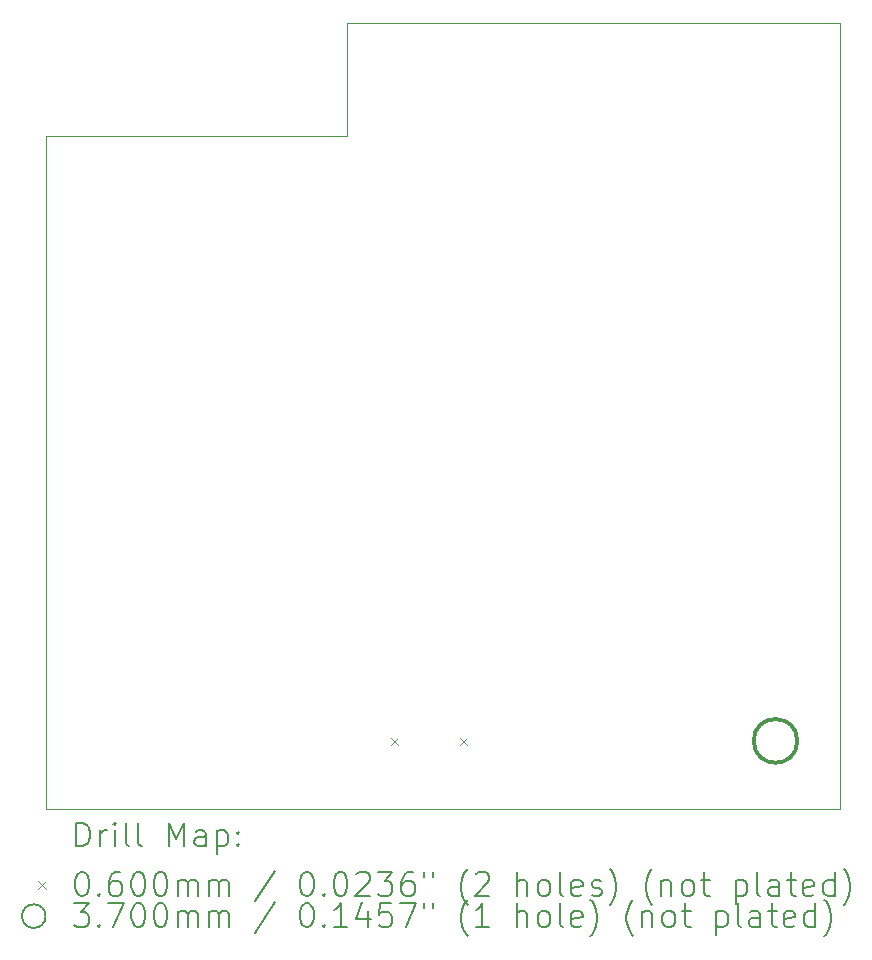
<source format=gbr>
%TF.GenerationSoftware,KiCad,Pcbnew,7.0.9*%
%TF.CreationDate,2024-01-06T16:22:20+01:00*%
%TF.ProjectId,esp32_programmer,65737033-325f-4707-926f-6772616d6d65,rev?*%
%TF.SameCoordinates,Original*%
%TF.FileFunction,Drillmap*%
%TF.FilePolarity,Positive*%
%FSLAX45Y45*%
G04 Gerber Fmt 4.5, Leading zero omitted, Abs format (unit mm)*
G04 Created by KiCad (PCBNEW 7.0.9) date 2024-01-06 16:22:20*
%MOMM*%
%LPD*%
G01*
G04 APERTURE LIST*
%ADD10C,0.100000*%
%ADD11C,0.200000*%
%ADD12C,0.370000*%
G04 APERTURE END LIST*
D10*
X11500000Y-8100000D02*
X11500000Y-9050000D01*
X8950000Y-9050000D02*
X8950000Y-14750000D01*
X15675000Y-8100000D02*
X11500000Y-8100000D01*
X15675000Y-14750000D02*
X15675000Y-8100000D01*
X11500000Y-9050000D02*
X8950000Y-9050000D01*
X8950000Y-14750000D02*
X15675000Y-14750000D01*
D11*
D10*
X11873000Y-14150000D02*
X11933000Y-14210000D01*
X11933000Y-14150000D02*
X11873000Y-14210000D01*
X12451000Y-14150000D02*
X12511000Y-14210000D01*
X12511000Y-14150000D02*
X12451000Y-14210000D01*
D12*
X15310000Y-14175000D02*
G75*
G03*
X15310000Y-14175000I-185000J0D01*
G01*
D11*
X9205777Y-15066484D02*
X9205777Y-14866484D01*
X9205777Y-14866484D02*
X9253396Y-14866484D01*
X9253396Y-14866484D02*
X9281967Y-14876008D01*
X9281967Y-14876008D02*
X9301015Y-14895055D01*
X9301015Y-14895055D02*
X9310539Y-14914103D01*
X9310539Y-14914103D02*
X9320063Y-14952198D01*
X9320063Y-14952198D02*
X9320063Y-14980769D01*
X9320063Y-14980769D02*
X9310539Y-15018865D01*
X9310539Y-15018865D02*
X9301015Y-15037912D01*
X9301015Y-15037912D02*
X9281967Y-15056960D01*
X9281967Y-15056960D02*
X9253396Y-15066484D01*
X9253396Y-15066484D02*
X9205777Y-15066484D01*
X9405777Y-15066484D02*
X9405777Y-14933150D01*
X9405777Y-14971246D02*
X9415301Y-14952198D01*
X9415301Y-14952198D02*
X9424824Y-14942674D01*
X9424824Y-14942674D02*
X9443872Y-14933150D01*
X9443872Y-14933150D02*
X9462920Y-14933150D01*
X9529586Y-15066484D02*
X9529586Y-14933150D01*
X9529586Y-14866484D02*
X9520063Y-14876008D01*
X9520063Y-14876008D02*
X9529586Y-14885531D01*
X9529586Y-14885531D02*
X9539110Y-14876008D01*
X9539110Y-14876008D02*
X9529586Y-14866484D01*
X9529586Y-14866484D02*
X9529586Y-14885531D01*
X9653396Y-15066484D02*
X9634348Y-15056960D01*
X9634348Y-15056960D02*
X9624824Y-15037912D01*
X9624824Y-15037912D02*
X9624824Y-14866484D01*
X9758158Y-15066484D02*
X9739110Y-15056960D01*
X9739110Y-15056960D02*
X9729586Y-15037912D01*
X9729586Y-15037912D02*
X9729586Y-14866484D01*
X9986729Y-15066484D02*
X9986729Y-14866484D01*
X9986729Y-14866484D02*
X10053396Y-15009341D01*
X10053396Y-15009341D02*
X10120063Y-14866484D01*
X10120063Y-14866484D02*
X10120063Y-15066484D01*
X10301015Y-15066484D02*
X10301015Y-14961722D01*
X10301015Y-14961722D02*
X10291491Y-14942674D01*
X10291491Y-14942674D02*
X10272444Y-14933150D01*
X10272444Y-14933150D02*
X10234348Y-14933150D01*
X10234348Y-14933150D02*
X10215301Y-14942674D01*
X10301015Y-15056960D02*
X10281967Y-15066484D01*
X10281967Y-15066484D02*
X10234348Y-15066484D01*
X10234348Y-15066484D02*
X10215301Y-15056960D01*
X10215301Y-15056960D02*
X10205777Y-15037912D01*
X10205777Y-15037912D02*
X10205777Y-15018865D01*
X10205777Y-15018865D02*
X10215301Y-14999817D01*
X10215301Y-14999817D02*
X10234348Y-14990293D01*
X10234348Y-14990293D02*
X10281967Y-14990293D01*
X10281967Y-14990293D02*
X10301015Y-14980769D01*
X10396253Y-14933150D02*
X10396253Y-15133150D01*
X10396253Y-14942674D02*
X10415301Y-14933150D01*
X10415301Y-14933150D02*
X10453396Y-14933150D01*
X10453396Y-14933150D02*
X10472444Y-14942674D01*
X10472444Y-14942674D02*
X10481967Y-14952198D01*
X10481967Y-14952198D02*
X10491491Y-14971246D01*
X10491491Y-14971246D02*
X10491491Y-15028388D01*
X10491491Y-15028388D02*
X10481967Y-15047436D01*
X10481967Y-15047436D02*
X10472444Y-15056960D01*
X10472444Y-15056960D02*
X10453396Y-15066484D01*
X10453396Y-15066484D02*
X10415301Y-15066484D01*
X10415301Y-15066484D02*
X10396253Y-15056960D01*
X10577205Y-15047436D02*
X10586729Y-15056960D01*
X10586729Y-15056960D02*
X10577205Y-15066484D01*
X10577205Y-15066484D02*
X10567682Y-15056960D01*
X10567682Y-15056960D02*
X10577205Y-15047436D01*
X10577205Y-15047436D02*
X10577205Y-15066484D01*
X10577205Y-14942674D02*
X10586729Y-14952198D01*
X10586729Y-14952198D02*
X10577205Y-14961722D01*
X10577205Y-14961722D02*
X10567682Y-14952198D01*
X10567682Y-14952198D02*
X10577205Y-14942674D01*
X10577205Y-14942674D02*
X10577205Y-14961722D01*
D10*
X8885000Y-15365000D02*
X8945000Y-15425000D01*
X8945000Y-15365000D02*
X8885000Y-15425000D01*
D11*
X9243872Y-15286484D02*
X9262920Y-15286484D01*
X9262920Y-15286484D02*
X9281967Y-15296008D01*
X9281967Y-15296008D02*
X9291491Y-15305531D01*
X9291491Y-15305531D02*
X9301015Y-15324579D01*
X9301015Y-15324579D02*
X9310539Y-15362674D01*
X9310539Y-15362674D02*
X9310539Y-15410293D01*
X9310539Y-15410293D02*
X9301015Y-15448388D01*
X9301015Y-15448388D02*
X9291491Y-15467436D01*
X9291491Y-15467436D02*
X9281967Y-15476960D01*
X9281967Y-15476960D02*
X9262920Y-15486484D01*
X9262920Y-15486484D02*
X9243872Y-15486484D01*
X9243872Y-15486484D02*
X9224824Y-15476960D01*
X9224824Y-15476960D02*
X9215301Y-15467436D01*
X9215301Y-15467436D02*
X9205777Y-15448388D01*
X9205777Y-15448388D02*
X9196253Y-15410293D01*
X9196253Y-15410293D02*
X9196253Y-15362674D01*
X9196253Y-15362674D02*
X9205777Y-15324579D01*
X9205777Y-15324579D02*
X9215301Y-15305531D01*
X9215301Y-15305531D02*
X9224824Y-15296008D01*
X9224824Y-15296008D02*
X9243872Y-15286484D01*
X9396253Y-15467436D02*
X9405777Y-15476960D01*
X9405777Y-15476960D02*
X9396253Y-15486484D01*
X9396253Y-15486484D02*
X9386729Y-15476960D01*
X9386729Y-15476960D02*
X9396253Y-15467436D01*
X9396253Y-15467436D02*
X9396253Y-15486484D01*
X9577205Y-15286484D02*
X9539110Y-15286484D01*
X9539110Y-15286484D02*
X9520063Y-15296008D01*
X9520063Y-15296008D02*
X9510539Y-15305531D01*
X9510539Y-15305531D02*
X9491491Y-15334103D01*
X9491491Y-15334103D02*
X9481967Y-15372198D01*
X9481967Y-15372198D02*
X9481967Y-15448388D01*
X9481967Y-15448388D02*
X9491491Y-15467436D01*
X9491491Y-15467436D02*
X9501015Y-15476960D01*
X9501015Y-15476960D02*
X9520063Y-15486484D01*
X9520063Y-15486484D02*
X9558158Y-15486484D01*
X9558158Y-15486484D02*
X9577205Y-15476960D01*
X9577205Y-15476960D02*
X9586729Y-15467436D01*
X9586729Y-15467436D02*
X9596253Y-15448388D01*
X9596253Y-15448388D02*
X9596253Y-15400769D01*
X9596253Y-15400769D02*
X9586729Y-15381722D01*
X9586729Y-15381722D02*
X9577205Y-15372198D01*
X9577205Y-15372198D02*
X9558158Y-15362674D01*
X9558158Y-15362674D02*
X9520063Y-15362674D01*
X9520063Y-15362674D02*
X9501015Y-15372198D01*
X9501015Y-15372198D02*
X9491491Y-15381722D01*
X9491491Y-15381722D02*
X9481967Y-15400769D01*
X9720063Y-15286484D02*
X9739110Y-15286484D01*
X9739110Y-15286484D02*
X9758158Y-15296008D01*
X9758158Y-15296008D02*
X9767682Y-15305531D01*
X9767682Y-15305531D02*
X9777205Y-15324579D01*
X9777205Y-15324579D02*
X9786729Y-15362674D01*
X9786729Y-15362674D02*
X9786729Y-15410293D01*
X9786729Y-15410293D02*
X9777205Y-15448388D01*
X9777205Y-15448388D02*
X9767682Y-15467436D01*
X9767682Y-15467436D02*
X9758158Y-15476960D01*
X9758158Y-15476960D02*
X9739110Y-15486484D01*
X9739110Y-15486484D02*
X9720063Y-15486484D01*
X9720063Y-15486484D02*
X9701015Y-15476960D01*
X9701015Y-15476960D02*
X9691491Y-15467436D01*
X9691491Y-15467436D02*
X9681967Y-15448388D01*
X9681967Y-15448388D02*
X9672444Y-15410293D01*
X9672444Y-15410293D02*
X9672444Y-15362674D01*
X9672444Y-15362674D02*
X9681967Y-15324579D01*
X9681967Y-15324579D02*
X9691491Y-15305531D01*
X9691491Y-15305531D02*
X9701015Y-15296008D01*
X9701015Y-15296008D02*
X9720063Y-15286484D01*
X9910539Y-15286484D02*
X9929586Y-15286484D01*
X9929586Y-15286484D02*
X9948634Y-15296008D01*
X9948634Y-15296008D02*
X9958158Y-15305531D01*
X9958158Y-15305531D02*
X9967682Y-15324579D01*
X9967682Y-15324579D02*
X9977205Y-15362674D01*
X9977205Y-15362674D02*
X9977205Y-15410293D01*
X9977205Y-15410293D02*
X9967682Y-15448388D01*
X9967682Y-15448388D02*
X9958158Y-15467436D01*
X9958158Y-15467436D02*
X9948634Y-15476960D01*
X9948634Y-15476960D02*
X9929586Y-15486484D01*
X9929586Y-15486484D02*
X9910539Y-15486484D01*
X9910539Y-15486484D02*
X9891491Y-15476960D01*
X9891491Y-15476960D02*
X9881967Y-15467436D01*
X9881967Y-15467436D02*
X9872444Y-15448388D01*
X9872444Y-15448388D02*
X9862920Y-15410293D01*
X9862920Y-15410293D02*
X9862920Y-15362674D01*
X9862920Y-15362674D02*
X9872444Y-15324579D01*
X9872444Y-15324579D02*
X9881967Y-15305531D01*
X9881967Y-15305531D02*
X9891491Y-15296008D01*
X9891491Y-15296008D02*
X9910539Y-15286484D01*
X10062920Y-15486484D02*
X10062920Y-15353150D01*
X10062920Y-15372198D02*
X10072444Y-15362674D01*
X10072444Y-15362674D02*
X10091491Y-15353150D01*
X10091491Y-15353150D02*
X10120063Y-15353150D01*
X10120063Y-15353150D02*
X10139110Y-15362674D01*
X10139110Y-15362674D02*
X10148634Y-15381722D01*
X10148634Y-15381722D02*
X10148634Y-15486484D01*
X10148634Y-15381722D02*
X10158158Y-15362674D01*
X10158158Y-15362674D02*
X10177205Y-15353150D01*
X10177205Y-15353150D02*
X10205777Y-15353150D01*
X10205777Y-15353150D02*
X10224825Y-15362674D01*
X10224825Y-15362674D02*
X10234348Y-15381722D01*
X10234348Y-15381722D02*
X10234348Y-15486484D01*
X10329586Y-15486484D02*
X10329586Y-15353150D01*
X10329586Y-15372198D02*
X10339110Y-15362674D01*
X10339110Y-15362674D02*
X10358158Y-15353150D01*
X10358158Y-15353150D02*
X10386729Y-15353150D01*
X10386729Y-15353150D02*
X10405777Y-15362674D01*
X10405777Y-15362674D02*
X10415301Y-15381722D01*
X10415301Y-15381722D02*
X10415301Y-15486484D01*
X10415301Y-15381722D02*
X10424825Y-15362674D01*
X10424825Y-15362674D02*
X10443872Y-15353150D01*
X10443872Y-15353150D02*
X10472444Y-15353150D01*
X10472444Y-15353150D02*
X10491491Y-15362674D01*
X10491491Y-15362674D02*
X10501015Y-15381722D01*
X10501015Y-15381722D02*
X10501015Y-15486484D01*
X10891491Y-15276960D02*
X10720063Y-15534103D01*
X11148634Y-15286484D02*
X11167682Y-15286484D01*
X11167682Y-15286484D02*
X11186729Y-15296008D01*
X11186729Y-15296008D02*
X11196253Y-15305531D01*
X11196253Y-15305531D02*
X11205777Y-15324579D01*
X11205777Y-15324579D02*
X11215301Y-15362674D01*
X11215301Y-15362674D02*
X11215301Y-15410293D01*
X11215301Y-15410293D02*
X11205777Y-15448388D01*
X11205777Y-15448388D02*
X11196253Y-15467436D01*
X11196253Y-15467436D02*
X11186729Y-15476960D01*
X11186729Y-15476960D02*
X11167682Y-15486484D01*
X11167682Y-15486484D02*
X11148634Y-15486484D01*
X11148634Y-15486484D02*
X11129587Y-15476960D01*
X11129587Y-15476960D02*
X11120063Y-15467436D01*
X11120063Y-15467436D02*
X11110539Y-15448388D01*
X11110539Y-15448388D02*
X11101015Y-15410293D01*
X11101015Y-15410293D02*
X11101015Y-15362674D01*
X11101015Y-15362674D02*
X11110539Y-15324579D01*
X11110539Y-15324579D02*
X11120063Y-15305531D01*
X11120063Y-15305531D02*
X11129587Y-15296008D01*
X11129587Y-15296008D02*
X11148634Y-15286484D01*
X11301015Y-15467436D02*
X11310539Y-15476960D01*
X11310539Y-15476960D02*
X11301015Y-15486484D01*
X11301015Y-15486484D02*
X11291491Y-15476960D01*
X11291491Y-15476960D02*
X11301015Y-15467436D01*
X11301015Y-15467436D02*
X11301015Y-15486484D01*
X11434348Y-15286484D02*
X11453396Y-15286484D01*
X11453396Y-15286484D02*
X11472444Y-15296008D01*
X11472444Y-15296008D02*
X11481967Y-15305531D01*
X11481967Y-15305531D02*
X11491491Y-15324579D01*
X11491491Y-15324579D02*
X11501015Y-15362674D01*
X11501015Y-15362674D02*
X11501015Y-15410293D01*
X11501015Y-15410293D02*
X11491491Y-15448388D01*
X11491491Y-15448388D02*
X11481967Y-15467436D01*
X11481967Y-15467436D02*
X11472444Y-15476960D01*
X11472444Y-15476960D02*
X11453396Y-15486484D01*
X11453396Y-15486484D02*
X11434348Y-15486484D01*
X11434348Y-15486484D02*
X11415301Y-15476960D01*
X11415301Y-15476960D02*
X11405777Y-15467436D01*
X11405777Y-15467436D02*
X11396253Y-15448388D01*
X11396253Y-15448388D02*
X11386729Y-15410293D01*
X11386729Y-15410293D02*
X11386729Y-15362674D01*
X11386729Y-15362674D02*
X11396253Y-15324579D01*
X11396253Y-15324579D02*
X11405777Y-15305531D01*
X11405777Y-15305531D02*
X11415301Y-15296008D01*
X11415301Y-15296008D02*
X11434348Y-15286484D01*
X11577206Y-15305531D02*
X11586729Y-15296008D01*
X11586729Y-15296008D02*
X11605777Y-15286484D01*
X11605777Y-15286484D02*
X11653396Y-15286484D01*
X11653396Y-15286484D02*
X11672444Y-15296008D01*
X11672444Y-15296008D02*
X11681967Y-15305531D01*
X11681967Y-15305531D02*
X11691491Y-15324579D01*
X11691491Y-15324579D02*
X11691491Y-15343627D01*
X11691491Y-15343627D02*
X11681967Y-15372198D01*
X11681967Y-15372198D02*
X11567682Y-15486484D01*
X11567682Y-15486484D02*
X11691491Y-15486484D01*
X11758158Y-15286484D02*
X11881967Y-15286484D01*
X11881967Y-15286484D02*
X11815301Y-15362674D01*
X11815301Y-15362674D02*
X11843872Y-15362674D01*
X11843872Y-15362674D02*
X11862920Y-15372198D01*
X11862920Y-15372198D02*
X11872444Y-15381722D01*
X11872444Y-15381722D02*
X11881967Y-15400769D01*
X11881967Y-15400769D02*
X11881967Y-15448388D01*
X11881967Y-15448388D02*
X11872444Y-15467436D01*
X11872444Y-15467436D02*
X11862920Y-15476960D01*
X11862920Y-15476960D02*
X11843872Y-15486484D01*
X11843872Y-15486484D02*
X11786729Y-15486484D01*
X11786729Y-15486484D02*
X11767682Y-15476960D01*
X11767682Y-15476960D02*
X11758158Y-15467436D01*
X12053396Y-15286484D02*
X12015301Y-15286484D01*
X12015301Y-15286484D02*
X11996253Y-15296008D01*
X11996253Y-15296008D02*
X11986729Y-15305531D01*
X11986729Y-15305531D02*
X11967682Y-15334103D01*
X11967682Y-15334103D02*
X11958158Y-15372198D01*
X11958158Y-15372198D02*
X11958158Y-15448388D01*
X11958158Y-15448388D02*
X11967682Y-15467436D01*
X11967682Y-15467436D02*
X11977206Y-15476960D01*
X11977206Y-15476960D02*
X11996253Y-15486484D01*
X11996253Y-15486484D02*
X12034348Y-15486484D01*
X12034348Y-15486484D02*
X12053396Y-15476960D01*
X12053396Y-15476960D02*
X12062920Y-15467436D01*
X12062920Y-15467436D02*
X12072444Y-15448388D01*
X12072444Y-15448388D02*
X12072444Y-15400769D01*
X12072444Y-15400769D02*
X12062920Y-15381722D01*
X12062920Y-15381722D02*
X12053396Y-15372198D01*
X12053396Y-15372198D02*
X12034348Y-15362674D01*
X12034348Y-15362674D02*
X11996253Y-15362674D01*
X11996253Y-15362674D02*
X11977206Y-15372198D01*
X11977206Y-15372198D02*
X11967682Y-15381722D01*
X11967682Y-15381722D02*
X11958158Y-15400769D01*
X12148634Y-15286484D02*
X12148634Y-15324579D01*
X12224825Y-15286484D02*
X12224825Y-15324579D01*
X12520063Y-15562674D02*
X12510539Y-15553150D01*
X12510539Y-15553150D02*
X12491491Y-15524579D01*
X12491491Y-15524579D02*
X12481968Y-15505531D01*
X12481968Y-15505531D02*
X12472444Y-15476960D01*
X12472444Y-15476960D02*
X12462920Y-15429341D01*
X12462920Y-15429341D02*
X12462920Y-15391246D01*
X12462920Y-15391246D02*
X12472444Y-15343627D01*
X12472444Y-15343627D02*
X12481968Y-15315055D01*
X12481968Y-15315055D02*
X12491491Y-15296008D01*
X12491491Y-15296008D02*
X12510539Y-15267436D01*
X12510539Y-15267436D02*
X12520063Y-15257912D01*
X12586729Y-15305531D02*
X12596253Y-15296008D01*
X12596253Y-15296008D02*
X12615301Y-15286484D01*
X12615301Y-15286484D02*
X12662920Y-15286484D01*
X12662920Y-15286484D02*
X12681968Y-15296008D01*
X12681968Y-15296008D02*
X12691491Y-15305531D01*
X12691491Y-15305531D02*
X12701015Y-15324579D01*
X12701015Y-15324579D02*
X12701015Y-15343627D01*
X12701015Y-15343627D02*
X12691491Y-15372198D01*
X12691491Y-15372198D02*
X12577206Y-15486484D01*
X12577206Y-15486484D02*
X12701015Y-15486484D01*
X12939110Y-15486484D02*
X12939110Y-15286484D01*
X13024825Y-15486484D02*
X13024825Y-15381722D01*
X13024825Y-15381722D02*
X13015301Y-15362674D01*
X13015301Y-15362674D02*
X12996253Y-15353150D01*
X12996253Y-15353150D02*
X12967682Y-15353150D01*
X12967682Y-15353150D02*
X12948634Y-15362674D01*
X12948634Y-15362674D02*
X12939110Y-15372198D01*
X13148634Y-15486484D02*
X13129587Y-15476960D01*
X13129587Y-15476960D02*
X13120063Y-15467436D01*
X13120063Y-15467436D02*
X13110539Y-15448388D01*
X13110539Y-15448388D02*
X13110539Y-15391246D01*
X13110539Y-15391246D02*
X13120063Y-15372198D01*
X13120063Y-15372198D02*
X13129587Y-15362674D01*
X13129587Y-15362674D02*
X13148634Y-15353150D01*
X13148634Y-15353150D02*
X13177206Y-15353150D01*
X13177206Y-15353150D02*
X13196253Y-15362674D01*
X13196253Y-15362674D02*
X13205777Y-15372198D01*
X13205777Y-15372198D02*
X13215301Y-15391246D01*
X13215301Y-15391246D02*
X13215301Y-15448388D01*
X13215301Y-15448388D02*
X13205777Y-15467436D01*
X13205777Y-15467436D02*
X13196253Y-15476960D01*
X13196253Y-15476960D02*
X13177206Y-15486484D01*
X13177206Y-15486484D02*
X13148634Y-15486484D01*
X13329587Y-15486484D02*
X13310539Y-15476960D01*
X13310539Y-15476960D02*
X13301015Y-15457912D01*
X13301015Y-15457912D02*
X13301015Y-15286484D01*
X13481968Y-15476960D02*
X13462920Y-15486484D01*
X13462920Y-15486484D02*
X13424825Y-15486484D01*
X13424825Y-15486484D02*
X13405777Y-15476960D01*
X13405777Y-15476960D02*
X13396253Y-15457912D01*
X13396253Y-15457912D02*
X13396253Y-15381722D01*
X13396253Y-15381722D02*
X13405777Y-15362674D01*
X13405777Y-15362674D02*
X13424825Y-15353150D01*
X13424825Y-15353150D02*
X13462920Y-15353150D01*
X13462920Y-15353150D02*
X13481968Y-15362674D01*
X13481968Y-15362674D02*
X13491491Y-15381722D01*
X13491491Y-15381722D02*
X13491491Y-15400769D01*
X13491491Y-15400769D02*
X13396253Y-15419817D01*
X13567682Y-15476960D02*
X13586730Y-15486484D01*
X13586730Y-15486484D02*
X13624825Y-15486484D01*
X13624825Y-15486484D02*
X13643872Y-15476960D01*
X13643872Y-15476960D02*
X13653396Y-15457912D01*
X13653396Y-15457912D02*
X13653396Y-15448388D01*
X13653396Y-15448388D02*
X13643872Y-15429341D01*
X13643872Y-15429341D02*
X13624825Y-15419817D01*
X13624825Y-15419817D02*
X13596253Y-15419817D01*
X13596253Y-15419817D02*
X13577206Y-15410293D01*
X13577206Y-15410293D02*
X13567682Y-15391246D01*
X13567682Y-15391246D02*
X13567682Y-15381722D01*
X13567682Y-15381722D02*
X13577206Y-15362674D01*
X13577206Y-15362674D02*
X13596253Y-15353150D01*
X13596253Y-15353150D02*
X13624825Y-15353150D01*
X13624825Y-15353150D02*
X13643872Y-15362674D01*
X13720063Y-15562674D02*
X13729587Y-15553150D01*
X13729587Y-15553150D02*
X13748634Y-15524579D01*
X13748634Y-15524579D02*
X13758158Y-15505531D01*
X13758158Y-15505531D02*
X13767682Y-15476960D01*
X13767682Y-15476960D02*
X13777206Y-15429341D01*
X13777206Y-15429341D02*
X13777206Y-15391246D01*
X13777206Y-15391246D02*
X13767682Y-15343627D01*
X13767682Y-15343627D02*
X13758158Y-15315055D01*
X13758158Y-15315055D02*
X13748634Y-15296008D01*
X13748634Y-15296008D02*
X13729587Y-15267436D01*
X13729587Y-15267436D02*
X13720063Y-15257912D01*
X14081968Y-15562674D02*
X14072444Y-15553150D01*
X14072444Y-15553150D02*
X14053396Y-15524579D01*
X14053396Y-15524579D02*
X14043872Y-15505531D01*
X14043872Y-15505531D02*
X14034349Y-15476960D01*
X14034349Y-15476960D02*
X14024825Y-15429341D01*
X14024825Y-15429341D02*
X14024825Y-15391246D01*
X14024825Y-15391246D02*
X14034349Y-15343627D01*
X14034349Y-15343627D02*
X14043872Y-15315055D01*
X14043872Y-15315055D02*
X14053396Y-15296008D01*
X14053396Y-15296008D02*
X14072444Y-15267436D01*
X14072444Y-15267436D02*
X14081968Y-15257912D01*
X14158158Y-15353150D02*
X14158158Y-15486484D01*
X14158158Y-15372198D02*
X14167682Y-15362674D01*
X14167682Y-15362674D02*
X14186730Y-15353150D01*
X14186730Y-15353150D02*
X14215301Y-15353150D01*
X14215301Y-15353150D02*
X14234349Y-15362674D01*
X14234349Y-15362674D02*
X14243872Y-15381722D01*
X14243872Y-15381722D02*
X14243872Y-15486484D01*
X14367682Y-15486484D02*
X14348634Y-15476960D01*
X14348634Y-15476960D02*
X14339111Y-15467436D01*
X14339111Y-15467436D02*
X14329587Y-15448388D01*
X14329587Y-15448388D02*
X14329587Y-15391246D01*
X14329587Y-15391246D02*
X14339111Y-15372198D01*
X14339111Y-15372198D02*
X14348634Y-15362674D01*
X14348634Y-15362674D02*
X14367682Y-15353150D01*
X14367682Y-15353150D02*
X14396253Y-15353150D01*
X14396253Y-15353150D02*
X14415301Y-15362674D01*
X14415301Y-15362674D02*
X14424825Y-15372198D01*
X14424825Y-15372198D02*
X14434349Y-15391246D01*
X14434349Y-15391246D02*
X14434349Y-15448388D01*
X14434349Y-15448388D02*
X14424825Y-15467436D01*
X14424825Y-15467436D02*
X14415301Y-15476960D01*
X14415301Y-15476960D02*
X14396253Y-15486484D01*
X14396253Y-15486484D02*
X14367682Y-15486484D01*
X14491492Y-15353150D02*
X14567682Y-15353150D01*
X14520063Y-15286484D02*
X14520063Y-15457912D01*
X14520063Y-15457912D02*
X14529587Y-15476960D01*
X14529587Y-15476960D02*
X14548634Y-15486484D01*
X14548634Y-15486484D02*
X14567682Y-15486484D01*
X14786730Y-15353150D02*
X14786730Y-15553150D01*
X14786730Y-15362674D02*
X14805777Y-15353150D01*
X14805777Y-15353150D02*
X14843873Y-15353150D01*
X14843873Y-15353150D02*
X14862920Y-15362674D01*
X14862920Y-15362674D02*
X14872444Y-15372198D01*
X14872444Y-15372198D02*
X14881968Y-15391246D01*
X14881968Y-15391246D02*
X14881968Y-15448388D01*
X14881968Y-15448388D02*
X14872444Y-15467436D01*
X14872444Y-15467436D02*
X14862920Y-15476960D01*
X14862920Y-15476960D02*
X14843873Y-15486484D01*
X14843873Y-15486484D02*
X14805777Y-15486484D01*
X14805777Y-15486484D02*
X14786730Y-15476960D01*
X14996253Y-15486484D02*
X14977206Y-15476960D01*
X14977206Y-15476960D02*
X14967682Y-15457912D01*
X14967682Y-15457912D02*
X14967682Y-15286484D01*
X15158158Y-15486484D02*
X15158158Y-15381722D01*
X15158158Y-15381722D02*
X15148634Y-15362674D01*
X15148634Y-15362674D02*
X15129587Y-15353150D01*
X15129587Y-15353150D02*
X15091492Y-15353150D01*
X15091492Y-15353150D02*
X15072444Y-15362674D01*
X15158158Y-15476960D02*
X15139111Y-15486484D01*
X15139111Y-15486484D02*
X15091492Y-15486484D01*
X15091492Y-15486484D02*
X15072444Y-15476960D01*
X15072444Y-15476960D02*
X15062920Y-15457912D01*
X15062920Y-15457912D02*
X15062920Y-15438865D01*
X15062920Y-15438865D02*
X15072444Y-15419817D01*
X15072444Y-15419817D02*
X15091492Y-15410293D01*
X15091492Y-15410293D02*
X15139111Y-15410293D01*
X15139111Y-15410293D02*
X15158158Y-15400769D01*
X15224825Y-15353150D02*
X15301015Y-15353150D01*
X15253396Y-15286484D02*
X15253396Y-15457912D01*
X15253396Y-15457912D02*
X15262920Y-15476960D01*
X15262920Y-15476960D02*
X15281968Y-15486484D01*
X15281968Y-15486484D02*
X15301015Y-15486484D01*
X15443873Y-15476960D02*
X15424825Y-15486484D01*
X15424825Y-15486484D02*
X15386730Y-15486484D01*
X15386730Y-15486484D02*
X15367682Y-15476960D01*
X15367682Y-15476960D02*
X15358158Y-15457912D01*
X15358158Y-15457912D02*
X15358158Y-15381722D01*
X15358158Y-15381722D02*
X15367682Y-15362674D01*
X15367682Y-15362674D02*
X15386730Y-15353150D01*
X15386730Y-15353150D02*
X15424825Y-15353150D01*
X15424825Y-15353150D02*
X15443873Y-15362674D01*
X15443873Y-15362674D02*
X15453396Y-15381722D01*
X15453396Y-15381722D02*
X15453396Y-15400769D01*
X15453396Y-15400769D02*
X15358158Y-15419817D01*
X15624825Y-15486484D02*
X15624825Y-15286484D01*
X15624825Y-15476960D02*
X15605777Y-15486484D01*
X15605777Y-15486484D02*
X15567682Y-15486484D01*
X15567682Y-15486484D02*
X15548634Y-15476960D01*
X15548634Y-15476960D02*
X15539111Y-15467436D01*
X15539111Y-15467436D02*
X15529587Y-15448388D01*
X15529587Y-15448388D02*
X15529587Y-15391246D01*
X15529587Y-15391246D02*
X15539111Y-15372198D01*
X15539111Y-15372198D02*
X15548634Y-15362674D01*
X15548634Y-15362674D02*
X15567682Y-15353150D01*
X15567682Y-15353150D02*
X15605777Y-15353150D01*
X15605777Y-15353150D02*
X15624825Y-15362674D01*
X15701015Y-15562674D02*
X15710539Y-15553150D01*
X15710539Y-15553150D02*
X15729587Y-15524579D01*
X15729587Y-15524579D02*
X15739111Y-15505531D01*
X15739111Y-15505531D02*
X15748634Y-15476960D01*
X15748634Y-15476960D02*
X15758158Y-15429341D01*
X15758158Y-15429341D02*
X15758158Y-15391246D01*
X15758158Y-15391246D02*
X15748634Y-15343627D01*
X15748634Y-15343627D02*
X15739111Y-15315055D01*
X15739111Y-15315055D02*
X15729587Y-15296008D01*
X15729587Y-15296008D02*
X15710539Y-15267436D01*
X15710539Y-15267436D02*
X15701015Y-15257912D01*
X8945000Y-15659000D02*
G75*
G03*
X8945000Y-15659000I-100000J0D01*
G01*
X9186729Y-15550484D02*
X9310539Y-15550484D01*
X9310539Y-15550484D02*
X9243872Y-15626674D01*
X9243872Y-15626674D02*
X9272444Y-15626674D01*
X9272444Y-15626674D02*
X9291491Y-15636198D01*
X9291491Y-15636198D02*
X9301015Y-15645722D01*
X9301015Y-15645722D02*
X9310539Y-15664769D01*
X9310539Y-15664769D02*
X9310539Y-15712388D01*
X9310539Y-15712388D02*
X9301015Y-15731436D01*
X9301015Y-15731436D02*
X9291491Y-15740960D01*
X9291491Y-15740960D02*
X9272444Y-15750484D01*
X9272444Y-15750484D02*
X9215301Y-15750484D01*
X9215301Y-15750484D02*
X9196253Y-15740960D01*
X9196253Y-15740960D02*
X9186729Y-15731436D01*
X9396253Y-15731436D02*
X9405777Y-15740960D01*
X9405777Y-15740960D02*
X9396253Y-15750484D01*
X9396253Y-15750484D02*
X9386729Y-15740960D01*
X9386729Y-15740960D02*
X9396253Y-15731436D01*
X9396253Y-15731436D02*
X9396253Y-15750484D01*
X9472444Y-15550484D02*
X9605777Y-15550484D01*
X9605777Y-15550484D02*
X9520063Y-15750484D01*
X9720063Y-15550484D02*
X9739110Y-15550484D01*
X9739110Y-15550484D02*
X9758158Y-15560008D01*
X9758158Y-15560008D02*
X9767682Y-15569531D01*
X9767682Y-15569531D02*
X9777205Y-15588579D01*
X9777205Y-15588579D02*
X9786729Y-15626674D01*
X9786729Y-15626674D02*
X9786729Y-15674293D01*
X9786729Y-15674293D02*
X9777205Y-15712388D01*
X9777205Y-15712388D02*
X9767682Y-15731436D01*
X9767682Y-15731436D02*
X9758158Y-15740960D01*
X9758158Y-15740960D02*
X9739110Y-15750484D01*
X9739110Y-15750484D02*
X9720063Y-15750484D01*
X9720063Y-15750484D02*
X9701015Y-15740960D01*
X9701015Y-15740960D02*
X9691491Y-15731436D01*
X9691491Y-15731436D02*
X9681967Y-15712388D01*
X9681967Y-15712388D02*
X9672444Y-15674293D01*
X9672444Y-15674293D02*
X9672444Y-15626674D01*
X9672444Y-15626674D02*
X9681967Y-15588579D01*
X9681967Y-15588579D02*
X9691491Y-15569531D01*
X9691491Y-15569531D02*
X9701015Y-15560008D01*
X9701015Y-15560008D02*
X9720063Y-15550484D01*
X9910539Y-15550484D02*
X9929586Y-15550484D01*
X9929586Y-15550484D02*
X9948634Y-15560008D01*
X9948634Y-15560008D02*
X9958158Y-15569531D01*
X9958158Y-15569531D02*
X9967682Y-15588579D01*
X9967682Y-15588579D02*
X9977205Y-15626674D01*
X9977205Y-15626674D02*
X9977205Y-15674293D01*
X9977205Y-15674293D02*
X9967682Y-15712388D01*
X9967682Y-15712388D02*
X9958158Y-15731436D01*
X9958158Y-15731436D02*
X9948634Y-15740960D01*
X9948634Y-15740960D02*
X9929586Y-15750484D01*
X9929586Y-15750484D02*
X9910539Y-15750484D01*
X9910539Y-15750484D02*
X9891491Y-15740960D01*
X9891491Y-15740960D02*
X9881967Y-15731436D01*
X9881967Y-15731436D02*
X9872444Y-15712388D01*
X9872444Y-15712388D02*
X9862920Y-15674293D01*
X9862920Y-15674293D02*
X9862920Y-15626674D01*
X9862920Y-15626674D02*
X9872444Y-15588579D01*
X9872444Y-15588579D02*
X9881967Y-15569531D01*
X9881967Y-15569531D02*
X9891491Y-15560008D01*
X9891491Y-15560008D02*
X9910539Y-15550484D01*
X10062920Y-15750484D02*
X10062920Y-15617150D01*
X10062920Y-15636198D02*
X10072444Y-15626674D01*
X10072444Y-15626674D02*
X10091491Y-15617150D01*
X10091491Y-15617150D02*
X10120063Y-15617150D01*
X10120063Y-15617150D02*
X10139110Y-15626674D01*
X10139110Y-15626674D02*
X10148634Y-15645722D01*
X10148634Y-15645722D02*
X10148634Y-15750484D01*
X10148634Y-15645722D02*
X10158158Y-15626674D01*
X10158158Y-15626674D02*
X10177205Y-15617150D01*
X10177205Y-15617150D02*
X10205777Y-15617150D01*
X10205777Y-15617150D02*
X10224825Y-15626674D01*
X10224825Y-15626674D02*
X10234348Y-15645722D01*
X10234348Y-15645722D02*
X10234348Y-15750484D01*
X10329586Y-15750484D02*
X10329586Y-15617150D01*
X10329586Y-15636198D02*
X10339110Y-15626674D01*
X10339110Y-15626674D02*
X10358158Y-15617150D01*
X10358158Y-15617150D02*
X10386729Y-15617150D01*
X10386729Y-15617150D02*
X10405777Y-15626674D01*
X10405777Y-15626674D02*
X10415301Y-15645722D01*
X10415301Y-15645722D02*
X10415301Y-15750484D01*
X10415301Y-15645722D02*
X10424825Y-15626674D01*
X10424825Y-15626674D02*
X10443872Y-15617150D01*
X10443872Y-15617150D02*
X10472444Y-15617150D01*
X10472444Y-15617150D02*
X10491491Y-15626674D01*
X10491491Y-15626674D02*
X10501015Y-15645722D01*
X10501015Y-15645722D02*
X10501015Y-15750484D01*
X10891491Y-15540960D02*
X10720063Y-15798103D01*
X11148634Y-15550484D02*
X11167682Y-15550484D01*
X11167682Y-15550484D02*
X11186729Y-15560008D01*
X11186729Y-15560008D02*
X11196253Y-15569531D01*
X11196253Y-15569531D02*
X11205777Y-15588579D01*
X11205777Y-15588579D02*
X11215301Y-15626674D01*
X11215301Y-15626674D02*
X11215301Y-15674293D01*
X11215301Y-15674293D02*
X11205777Y-15712388D01*
X11205777Y-15712388D02*
X11196253Y-15731436D01*
X11196253Y-15731436D02*
X11186729Y-15740960D01*
X11186729Y-15740960D02*
X11167682Y-15750484D01*
X11167682Y-15750484D02*
X11148634Y-15750484D01*
X11148634Y-15750484D02*
X11129587Y-15740960D01*
X11129587Y-15740960D02*
X11120063Y-15731436D01*
X11120063Y-15731436D02*
X11110539Y-15712388D01*
X11110539Y-15712388D02*
X11101015Y-15674293D01*
X11101015Y-15674293D02*
X11101015Y-15626674D01*
X11101015Y-15626674D02*
X11110539Y-15588579D01*
X11110539Y-15588579D02*
X11120063Y-15569531D01*
X11120063Y-15569531D02*
X11129587Y-15560008D01*
X11129587Y-15560008D02*
X11148634Y-15550484D01*
X11301015Y-15731436D02*
X11310539Y-15740960D01*
X11310539Y-15740960D02*
X11301015Y-15750484D01*
X11301015Y-15750484D02*
X11291491Y-15740960D01*
X11291491Y-15740960D02*
X11301015Y-15731436D01*
X11301015Y-15731436D02*
X11301015Y-15750484D01*
X11501015Y-15750484D02*
X11386729Y-15750484D01*
X11443872Y-15750484D02*
X11443872Y-15550484D01*
X11443872Y-15550484D02*
X11424825Y-15579055D01*
X11424825Y-15579055D02*
X11405777Y-15598103D01*
X11405777Y-15598103D02*
X11386729Y-15607627D01*
X11672444Y-15617150D02*
X11672444Y-15750484D01*
X11624825Y-15540960D02*
X11577206Y-15683817D01*
X11577206Y-15683817D02*
X11701015Y-15683817D01*
X11872444Y-15550484D02*
X11777206Y-15550484D01*
X11777206Y-15550484D02*
X11767682Y-15645722D01*
X11767682Y-15645722D02*
X11777206Y-15636198D01*
X11777206Y-15636198D02*
X11796253Y-15626674D01*
X11796253Y-15626674D02*
X11843872Y-15626674D01*
X11843872Y-15626674D02*
X11862920Y-15636198D01*
X11862920Y-15636198D02*
X11872444Y-15645722D01*
X11872444Y-15645722D02*
X11881967Y-15664769D01*
X11881967Y-15664769D02*
X11881967Y-15712388D01*
X11881967Y-15712388D02*
X11872444Y-15731436D01*
X11872444Y-15731436D02*
X11862920Y-15740960D01*
X11862920Y-15740960D02*
X11843872Y-15750484D01*
X11843872Y-15750484D02*
X11796253Y-15750484D01*
X11796253Y-15750484D02*
X11777206Y-15740960D01*
X11777206Y-15740960D02*
X11767682Y-15731436D01*
X11948634Y-15550484D02*
X12081967Y-15550484D01*
X12081967Y-15550484D02*
X11996253Y-15750484D01*
X12148634Y-15550484D02*
X12148634Y-15588579D01*
X12224825Y-15550484D02*
X12224825Y-15588579D01*
X12520063Y-15826674D02*
X12510539Y-15817150D01*
X12510539Y-15817150D02*
X12491491Y-15788579D01*
X12491491Y-15788579D02*
X12481968Y-15769531D01*
X12481968Y-15769531D02*
X12472444Y-15740960D01*
X12472444Y-15740960D02*
X12462920Y-15693341D01*
X12462920Y-15693341D02*
X12462920Y-15655246D01*
X12462920Y-15655246D02*
X12472444Y-15607627D01*
X12472444Y-15607627D02*
X12481968Y-15579055D01*
X12481968Y-15579055D02*
X12491491Y-15560008D01*
X12491491Y-15560008D02*
X12510539Y-15531436D01*
X12510539Y-15531436D02*
X12520063Y-15521912D01*
X12701015Y-15750484D02*
X12586729Y-15750484D01*
X12643872Y-15750484D02*
X12643872Y-15550484D01*
X12643872Y-15550484D02*
X12624825Y-15579055D01*
X12624825Y-15579055D02*
X12605777Y-15598103D01*
X12605777Y-15598103D02*
X12586729Y-15607627D01*
X12939110Y-15750484D02*
X12939110Y-15550484D01*
X13024825Y-15750484D02*
X13024825Y-15645722D01*
X13024825Y-15645722D02*
X13015301Y-15626674D01*
X13015301Y-15626674D02*
X12996253Y-15617150D01*
X12996253Y-15617150D02*
X12967682Y-15617150D01*
X12967682Y-15617150D02*
X12948634Y-15626674D01*
X12948634Y-15626674D02*
X12939110Y-15636198D01*
X13148634Y-15750484D02*
X13129587Y-15740960D01*
X13129587Y-15740960D02*
X13120063Y-15731436D01*
X13120063Y-15731436D02*
X13110539Y-15712388D01*
X13110539Y-15712388D02*
X13110539Y-15655246D01*
X13110539Y-15655246D02*
X13120063Y-15636198D01*
X13120063Y-15636198D02*
X13129587Y-15626674D01*
X13129587Y-15626674D02*
X13148634Y-15617150D01*
X13148634Y-15617150D02*
X13177206Y-15617150D01*
X13177206Y-15617150D02*
X13196253Y-15626674D01*
X13196253Y-15626674D02*
X13205777Y-15636198D01*
X13205777Y-15636198D02*
X13215301Y-15655246D01*
X13215301Y-15655246D02*
X13215301Y-15712388D01*
X13215301Y-15712388D02*
X13205777Y-15731436D01*
X13205777Y-15731436D02*
X13196253Y-15740960D01*
X13196253Y-15740960D02*
X13177206Y-15750484D01*
X13177206Y-15750484D02*
X13148634Y-15750484D01*
X13329587Y-15750484D02*
X13310539Y-15740960D01*
X13310539Y-15740960D02*
X13301015Y-15721912D01*
X13301015Y-15721912D02*
X13301015Y-15550484D01*
X13481968Y-15740960D02*
X13462920Y-15750484D01*
X13462920Y-15750484D02*
X13424825Y-15750484D01*
X13424825Y-15750484D02*
X13405777Y-15740960D01*
X13405777Y-15740960D02*
X13396253Y-15721912D01*
X13396253Y-15721912D02*
X13396253Y-15645722D01*
X13396253Y-15645722D02*
X13405777Y-15626674D01*
X13405777Y-15626674D02*
X13424825Y-15617150D01*
X13424825Y-15617150D02*
X13462920Y-15617150D01*
X13462920Y-15617150D02*
X13481968Y-15626674D01*
X13481968Y-15626674D02*
X13491491Y-15645722D01*
X13491491Y-15645722D02*
X13491491Y-15664769D01*
X13491491Y-15664769D02*
X13396253Y-15683817D01*
X13558158Y-15826674D02*
X13567682Y-15817150D01*
X13567682Y-15817150D02*
X13586730Y-15788579D01*
X13586730Y-15788579D02*
X13596253Y-15769531D01*
X13596253Y-15769531D02*
X13605777Y-15740960D01*
X13605777Y-15740960D02*
X13615301Y-15693341D01*
X13615301Y-15693341D02*
X13615301Y-15655246D01*
X13615301Y-15655246D02*
X13605777Y-15607627D01*
X13605777Y-15607627D02*
X13596253Y-15579055D01*
X13596253Y-15579055D02*
X13586730Y-15560008D01*
X13586730Y-15560008D02*
X13567682Y-15531436D01*
X13567682Y-15531436D02*
X13558158Y-15521912D01*
X13920063Y-15826674D02*
X13910539Y-15817150D01*
X13910539Y-15817150D02*
X13891491Y-15788579D01*
X13891491Y-15788579D02*
X13881968Y-15769531D01*
X13881968Y-15769531D02*
X13872444Y-15740960D01*
X13872444Y-15740960D02*
X13862920Y-15693341D01*
X13862920Y-15693341D02*
X13862920Y-15655246D01*
X13862920Y-15655246D02*
X13872444Y-15607627D01*
X13872444Y-15607627D02*
X13881968Y-15579055D01*
X13881968Y-15579055D02*
X13891491Y-15560008D01*
X13891491Y-15560008D02*
X13910539Y-15531436D01*
X13910539Y-15531436D02*
X13920063Y-15521912D01*
X13996253Y-15617150D02*
X13996253Y-15750484D01*
X13996253Y-15636198D02*
X14005777Y-15626674D01*
X14005777Y-15626674D02*
X14024825Y-15617150D01*
X14024825Y-15617150D02*
X14053396Y-15617150D01*
X14053396Y-15617150D02*
X14072444Y-15626674D01*
X14072444Y-15626674D02*
X14081968Y-15645722D01*
X14081968Y-15645722D02*
X14081968Y-15750484D01*
X14205777Y-15750484D02*
X14186730Y-15740960D01*
X14186730Y-15740960D02*
X14177206Y-15731436D01*
X14177206Y-15731436D02*
X14167682Y-15712388D01*
X14167682Y-15712388D02*
X14167682Y-15655246D01*
X14167682Y-15655246D02*
X14177206Y-15636198D01*
X14177206Y-15636198D02*
X14186730Y-15626674D01*
X14186730Y-15626674D02*
X14205777Y-15617150D01*
X14205777Y-15617150D02*
X14234349Y-15617150D01*
X14234349Y-15617150D02*
X14253396Y-15626674D01*
X14253396Y-15626674D02*
X14262920Y-15636198D01*
X14262920Y-15636198D02*
X14272444Y-15655246D01*
X14272444Y-15655246D02*
X14272444Y-15712388D01*
X14272444Y-15712388D02*
X14262920Y-15731436D01*
X14262920Y-15731436D02*
X14253396Y-15740960D01*
X14253396Y-15740960D02*
X14234349Y-15750484D01*
X14234349Y-15750484D02*
X14205777Y-15750484D01*
X14329587Y-15617150D02*
X14405777Y-15617150D01*
X14358158Y-15550484D02*
X14358158Y-15721912D01*
X14358158Y-15721912D02*
X14367682Y-15740960D01*
X14367682Y-15740960D02*
X14386730Y-15750484D01*
X14386730Y-15750484D02*
X14405777Y-15750484D01*
X14624825Y-15617150D02*
X14624825Y-15817150D01*
X14624825Y-15626674D02*
X14643872Y-15617150D01*
X14643872Y-15617150D02*
X14681968Y-15617150D01*
X14681968Y-15617150D02*
X14701015Y-15626674D01*
X14701015Y-15626674D02*
X14710539Y-15636198D01*
X14710539Y-15636198D02*
X14720063Y-15655246D01*
X14720063Y-15655246D02*
X14720063Y-15712388D01*
X14720063Y-15712388D02*
X14710539Y-15731436D01*
X14710539Y-15731436D02*
X14701015Y-15740960D01*
X14701015Y-15740960D02*
X14681968Y-15750484D01*
X14681968Y-15750484D02*
X14643872Y-15750484D01*
X14643872Y-15750484D02*
X14624825Y-15740960D01*
X14834349Y-15750484D02*
X14815301Y-15740960D01*
X14815301Y-15740960D02*
X14805777Y-15721912D01*
X14805777Y-15721912D02*
X14805777Y-15550484D01*
X14996253Y-15750484D02*
X14996253Y-15645722D01*
X14996253Y-15645722D02*
X14986730Y-15626674D01*
X14986730Y-15626674D02*
X14967682Y-15617150D01*
X14967682Y-15617150D02*
X14929587Y-15617150D01*
X14929587Y-15617150D02*
X14910539Y-15626674D01*
X14996253Y-15740960D02*
X14977206Y-15750484D01*
X14977206Y-15750484D02*
X14929587Y-15750484D01*
X14929587Y-15750484D02*
X14910539Y-15740960D01*
X14910539Y-15740960D02*
X14901015Y-15721912D01*
X14901015Y-15721912D02*
X14901015Y-15702865D01*
X14901015Y-15702865D02*
X14910539Y-15683817D01*
X14910539Y-15683817D02*
X14929587Y-15674293D01*
X14929587Y-15674293D02*
X14977206Y-15674293D01*
X14977206Y-15674293D02*
X14996253Y-15664769D01*
X15062920Y-15617150D02*
X15139111Y-15617150D01*
X15091492Y-15550484D02*
X15091492Y-15721912D01*
X15091492Y-15721912D02*
X15101015Y-15740960D01*
X15101015Y-15740960D02*
X15120063Y-15750484D01*
X15120063Y-15750484D02*
X15139111Y-15750484D01*
X15281968Y-15740960D02*
X15262920Y-15750484D01*
X15262920Y-15750484D02*
X15224825Y-15750484D01*
X15224825Y-15750484D02*
X15205777Y-15740960D01*
X15205777Y-15740960D02*
X15196253Y-15721912D01*
X15196253Y-15721912D02*
X15196253Y-15645722D01*
X15196253Y-15645722D02*
X15205777Y-15626674D01*
X15205777Y-15626674D02*
X15224825Y-15617150D01*
X15224825Y-15617150D02*
X15262920Y-15617150D01*
X15262920Y-15617150D02*
X15281968Y-15626674D01*
X15281968Y-15626674D02*
X15291492Y-15645722D01*
X15291492Y-15645722D02*
X15291492Y-15664769D01*
X15291492Y-15664769D02*
X15196253Y-15683817D01*
X15462920Y-15750484D02*
X15462920Y-15550484D01*
X15462920Y-15740960D02*
X15443873Y-15750484D01*
X15443873Y-15750484D02*
X15405777Y-15750484D01*
X15405777Y-15750484D02*
X15386730Y-15740960D01*
X15386730Y-15740960D02*
X15377206Y-15731436D01*
X15377206Y-15731436D02*
X15367682Y-15712388D01*
X15367682Y-15712388D02*
X15367682Y-15655246D01*
X15367682Y-15655246D02*
X15377206Y-15636198D01*
X15377206Y-15636198D02*
X15386730Y-15626674D01*
X15386730Y-15626674D02*
X15405777Y-15617150D01*
X15405777Y-15617150D02*
X15443873Y-15617150D01*
X15443873Y-15617150D02*
X15462920Y-15626674D01*
X15539111Y-15826674D02*
X15548634Y-15817150D01*
X15548634Y-15817150D02*
X15567682Y-15788579D01*
X15567682Y-15788579D02*
X15577206Y-15769531D01*
X15577206Y-15769531D02*
X15586730Y-15740960D01*
X15586730Y-15740960D02*
X15596253Y-15693341D01*
X15596253Y-15693341D02*
X15596253Y-15655246D01*
X15596253Y-15655246D02*
X15586730Y-15607627D01*
X15586730Y-15607627D02*
X15577206Y-15579055D01*
X15577206Y-15579055D02*
X15567682Y-15560008D01*
X15567682Y-15560008D02*
X15548634Y-15531436D01*
X15548634Y-15531436D02*
X15539111Y-15521912D01*
M02*

</source>
